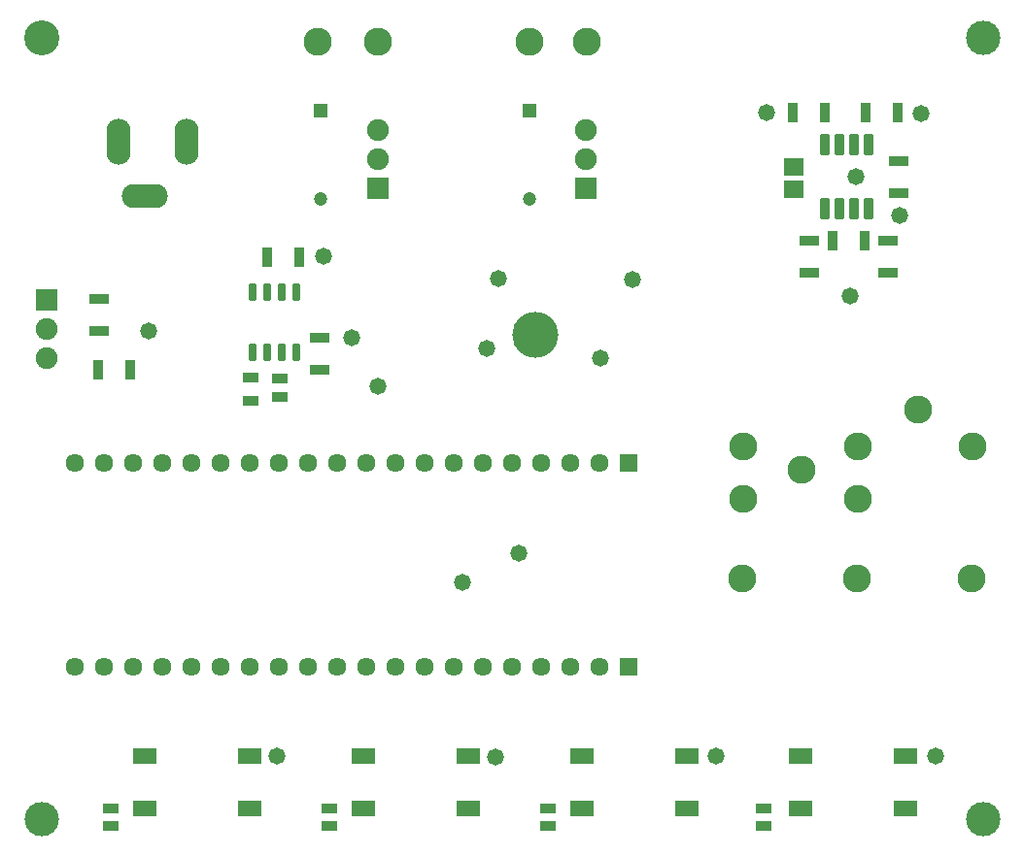
<source format=gts>
G04*
G04 #@! TF.GenerationSoftware,Altium Limited,Altium Designer,24.2.2 (26)*
G04*
G04 Layer_Color=8388736*
%FSLAX25Y25*%
%MOIN*%
G70*
G04*
G04 #@! TF.SameCoordinates,004D1183-16E1-436D-8927-E0D308D58255*
G04*
G04*
G04 #@! TF.FilePolarity,Negative*
G04*
G01*
G75*
%ADD15R,0.03740X0.06693*%
%ADD18R,0.08268X0.05512*%
%ADD19R,0.05180X0.03567*%
%ADD21R,0.06693X0.03740*%
%ADD22R,0.05709X0.03740*%
G04:AMPARAMS|DCode=23|XSize=33.59mil|YSize=72.96mil|CornerRadius=5.92mil|HoleSize=0mil|Usage=FLASHONLY|Rotation=180.000|XOffset=0mil|YOffset=0mil|HoleType=Round|Shape=RoundedRectangle|*
%AMROUNDEDRECTD23*
21,1,0.03359,0.06112,0,0,180.0*
21,1,0.02175,0.07296,0,0,180.0*
1,1,0.01184,-0.01088,0.03056*
1,1,0.01184,0.01088,0.03056*
1,1,0.01184,0.01088,-0.03056*
1,1,0.01184,-0.01088,-0.03056*
%
%ADD23ROUNDEDRECTD23*%
%ADD24R,0.06902X0.06115*%
G04:AMPARAMS|DCode=25|XSize=29.65mil|YSize=57.21mil|CornerRadius=5.95mil|HoleSize=0mil|Usage=FLASHONLY|Rotation=180.000|XOffset=0mil|YOffset=0mil|HoleType=Round|Shape=RoundedRectangle|*
%AMROUNDEDRECTD25*
21,1,0.02965,0.04532,0,0,180.0*
21,1,0.01776,0.05721,0,0,180.0*
1,1,0.01190,-0.00888,0.02266*
1,1,0.01190,0.00888,0.02266*
1,1,0.01190,0.00888,-0.02266*
1,1,0.01190,-0.00888,-0.02266*
%
%ADD25ROUNDEDRECTD25*%
%ADD26R,0.07493X0.07493*%
%ADD27C,0.07493*%
%ADD28C,0.15761*%
%ADD29C,0.06343*%
%ADD30R,0.06343X0.06343*%
%ADD31O,0.08280X0.15761*%
%ADD32O,0.15761X0.08280*%
%ADD33C,0.04724*%
%ADD34R,0.04724X0.04724*%
%ADD35R,0.07493X0.07493*%
%ADD36C,0.05800*%
%ADD37C,0.09658*%
%ADD38C,0.11811*%
%ADD39C,0.12000*%
D15*
X298488Y258500D02*
D03*
X309512D02*
D03*
X46012Y170000D02*
D03*
X34988D02*
D03*
X286988Y214500D02*
D03*
X298012D02*
D03*
X104012Y208881D02*
D03*
X92988D02*
D03*
X273488Y258500D02*
D03*
X284512D02*
D03*
D18*
X161913Y19642D02*
D03*
X126087D02*
D03*
X161913Y37358D02*
D03*
X126087D02*
D03*
X86913Y19642D02*
D03*
X51087D02*
D03*
X86913Y37358D02*
D03*
X51087D02*
D03*
X311913Y19642D02*
D03*
X276087D02*
D03*
X311913Y37358D02*
D03*
X276087D02*
D03*
X236913Y19642D02*
D03*
X201087D02*
D03*
X236913Y37358D02*
D03*
X201087D02*
D03*
D19*
X39500Y19555D02*
D03*
Y13445D02*
D03*
X97500Y160945D02*
D03*
Y167055D02*
D03*
X263500Y13445D02*
D03*
Y19555D02*
D03*
X189500Y13445D02*
D03*
Y19555D02*
D03*
X114500Y13445D02*
D03*
Y19555D02*
D03*
D21*
X111166Y181190D02*
D03*
Y170166D02*
D03*
X309759Y230666D02*
D03*
Y241690D02*
D03*
X306099Y214512D02*
D03*
Y203488D02*
D03*
X278901Y214512D02*
D03*
Y203488D02*
D03*
X35500Y194512D02*
D03*
Y183488D02*
D03*
D22*
X87500Y167339D02*
D03*
Y159661D02*
D03*
D23*
X299500Y247622D02*
D03*
X294500D02*
D03*
X289500D02*
D03*
X284500D02*
D03*
X299500Y225378D02*
D03*
X294500D02*
D03*
X289500D02*
D03*
X284500D02*
D03*
D24*
X273853Y232161D02*
D03*
Y239839D02*
D03*
D25*
X103000Y196835D02*
D03*
X98000D02*
D03*
X93000D02*
D03*
X88000D02*
D03*
X103000Y176165D02*
D03*
X98000D02*
D03*
X93000D02*
D03*
X88000D02*
D03*
D26*
X131000Y232500D02*
D03*
X202500D02*
D03*
D27*
X131000Y242500D02*
D03*
Y252500D02*
D03*
X202500Y242500D02*
D03*
Y252500D02*
D03*
X17500Y174000D02*
D03*
Y184000D02*
D03*
D28*
X185000Y182000D02*
D03*
D29*
X127000Y68000D02*
D03*
X117000D02*
D03*
X137000D02*
D03*
X147000D02*
D03*
X157000D02*
D03*
X167000D02*
D03*
X177000D02*
D03*
X187000D02*
D03*
X197000D02*
D03*
X207000D02*
D03*
X107000D02*
D03*
X97000D02*
D03*
X87000D02*
D03*
X77000D02*
D03*
X67000D02*
D03*
X57000D02*
D03*
X47000D02*
D03*
X37000D02*
D03*
X27000D02*
D03*
X127000Y138000D02*
D03*
X117000D02*
D03*
X137000D02*
D03*
X147000D02*
D03*
X157000D02*
D03*
X167000D02*
D03*
X177000D02*
D03*
X187000D02*
D03*
X197000D02*
D03*
X207000D02*
D03*
X107000D02*
D03*
X97000D02*
D03*
X87000D02*
D03*
X77000D02*
D03*
X67000D02*
D03*
X57000D02*
D03*
X47000D02*
D03*
X37000D02*
D03*
X27000D02*
D03*
D30*
X217000Y68000D02*
D03*
Y138000D02*
D03*
D31*
X65248Y248500D02*
D03*
X41902D02*
D03*
D32*
X51075Y229878D02*
D03*
D33*
X183000Y228988D02*
D03*
X111500D02*
D03*
D34*
X183000Y259012D02*
D03*
X111500D02*
D03*
D35*
X17500Y194000D02*
D03*
D36*
X179500Y107000D02*
D03*
X160000Y97000D02*
D03*
X172500Y201500D02*
D03*
X131000Y164500D02*
D03*
X168500Y177500D02*
D03*
X317268Y258204D02*
D03*
X52500Y183500D02*
D03*
X293000Y195500D02*
D03*
X295000Y236500D02*
D03*
X207500Y174000D02*
D03*
X218500Y201000D02*
D03*
X310000Y223000D02*
D03*
X322500Y37500D02*
D03*
X247000D02*
D03*
X171500Y37000D02*
D03*
X96500Y37500D02*
D03*
X264500Y258500D02*
D03*
X112500Y209000D02*
D03*
X122000Y181000D02*
D03*
D37*
X295776Y125925D02*
D03*
X255906Y98425D02*
D03*
X256405Y125925D02*
D03*
X334646Y98425D02*
D03*
X276406Y135925D02*
D03*
X316276Y156425D02*
D03*
X295776Y143925D02*
D03*
X335146D02*
D03*
X256405D02*
D03*
X295276Y98425D02*
D03*
X183075Y282965D02*
D03*
X202728D02*
D03*
X131110D02*
D03*
X110425D02*
D03*
D38*
X15748Y15748D02*
D03*
X338583D02*
D03*
Y284299D02*
D03*
D39*
X15748Y284300D02*
D03*
M02*

</source>
